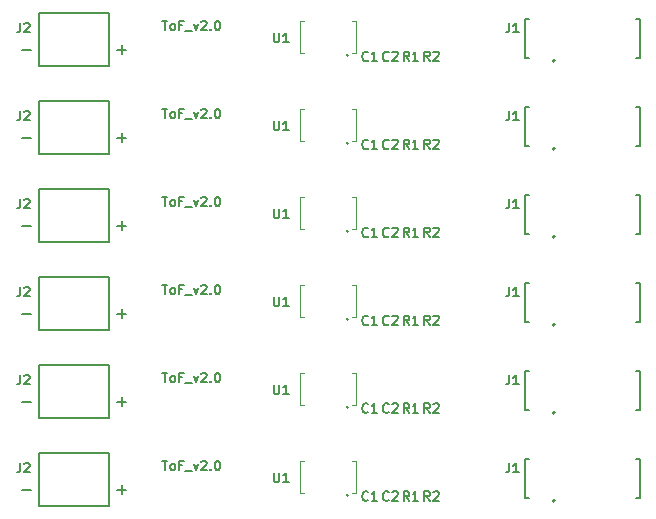
<source format=gbr>
%TF.GenerationSoftware,KiCad,Pcbnew,(5.1.9)-1*%
%TF.CreationDate,2022-02-15T00:45:03-06:00*%
%TF.ProjectId,CC_TOF_PANELIZED,43435f54-4f46-45f5-9041-4e454c495a45,000*%
%TF.SameCoordinates,Original*%
%TF.FileFunction,Legend,Top*%
%TF.FilePolarity,Positive*%
%FSLAX46Y46*%
G04 Gerber Fmt 4.6, Leading zero omitted, Abs format (unit mm)*
G04 Created by KiCad (PCBNEW (5.1.9)-1) date 2022-02-15 00:45:03*
%MOMM*%
%LPD*%
G01*
G04 APERTURE LIST*
%ADD10C,0.150000*%
%ADD11C,0.200000*%
%ADD12C,0.127000*%
%ADD13C,0.120000*%
G04 APERTURE END LIST*
D10*
X62674761Y-65711904D02*
X63131904Y-65711904D01*
X62903333Y-66511904D02*
X62903333Y-65711904D01*
X63512857Y-66511904D02*
X63436666Y-66473809D01*
X63398571Y-66435714D01*
X63360476Y-66359523D01*
X63360476Y-66130952D01*
X63398571Y-66054761D01*
X63436666Y-66016666D01*
X63512857Y-65978571D01*
X63627142Y-65978571D01*
X63703333Y-66016666D01*
X63741428Y-66054761D01*
X63779523Y-66130952D01*
X63779523Y-66359523D01*
X63741428Y-66435714D01*
X63703333Y-66473809D01*
X63627142Y-66511904D01*
X63512857Y-66511904D01*
X64389047Y-66092857D02*
X64122380Y-66092857D01*
X64122380Y-66511904D02*
X64122380Y-65711904D01*
X64503333Y-65711904D01*
X64617619Y-66588095D02*
X65227142Y-66588095D01*
X65341428Y-65978571D02*
X65531904Y-66511904D01*
X65722380Y-65978571D01*
X65989047Y-65788095D02*
X66027142Y-65750000D01*
X66103333Y-65711904D01*
X66293809Y-65711904D01*
X66370000Y-65750000D01*
X66408095Y-65788095D01*
X66446190Y-65864285D01*
X66446190Y-65940476D01*
X66408095Y-66054761D01*
X65950952Y-66511904D01*
X66446190Y-66511904D01*
X66789047Y-66435714D02*
X66827142Y-66473809D01*
X66789047Y-66511904D01*
X66750952Y-66473809D01*
X66789047Y-66435714D01*
X66789047Y-66511904D01*
X67322380Y-65711904D02*
X67398571Y-65711904D01*
X67474761Y-65750000D01*
X67512857Y-65788095D01*
X67550952Y-65864285D01*
X67589047Y-66016666D01*
X67589047Y-66207142D01*
X67550952Y-66359523D01*
X67512857Y-66435714D01*
X67474761Y-66473809D01*
X67398571Y-66511904D01*
X67322380Y-66511904D01*
X67246190Y-66473809D01*
X67208095Y-66435714D01*
X67170000Y-66359523D01*
X67131904Y-66207142D01*
X67131904Y-66016666D01*
X67170000Y-65864285D01*
X67208095Y-65788095D01*
X67246190Y-65750000D01*
X67322380Y-65711904D01*
X62674761Y-58261904D02*
X63131904Y-58261904D01*
X62903333Y-59061904D02*
X62903333Y-58261904D01*
X63512857Y-59061904D02*
X63436666Y-59023809D01*
X63398571Y-58985714D01*
X63360476Y-58909523D01*
X63360476Y-58680952D01*
X63398571Y-58604761D01*
X63436666Y-58566666D01*
X63512857Y-58528571D01*
X63627142Y-58528571D01*
X63703333Y-58566666D01*
X63741428Y-58604761D01*
X63779523Y-58680952D01*
X63779523Y-58909523D01*
X63741428Y-58985714D01*
X63703333Y-59023809D01*
X63627142Y-59061904D01*
X63512857Y-59061904D01*
X64389047Y-58642857D02*
X64122380Y-58642857D01*
X64122380Y-59061904D02*
X64122380Y-58261904D01*
X64503333Y-58261904D01*
X64617619Y-59138095D02*
X65227142Y-59138095D01*
X65341428Y-58528571D02*
X65531904Y-59061904D01*
X65722380Y-58528571D01*
X65989047Y-58338095D02*
X66027142Y-58300000D01*
X66103333Y-58261904D01*
X66293809Y-58261904D01*
X66370000Y-58300000D01*
X66408095Y-58338095D01*
X66446190Y-58414285D01*
X66446190Y-58490476D01*
X66408095Y-58604761D01*
X65950952Y-59061904D01*
X66446190Y-59061904D01*
X66789047Y-58985714D02*
X66827142Y-59023809D01*
X66789047Y-59061904D01*
X66750952Y-59023809D01*
X66789047Y-58985714D01*
X66789047Y-59061904D01*
X67322380Y-58261904D02*
X67398571Y-58261904D01*
X67474761Y-58300000D01*
X67512857Y-58338095D01*
X67550952Y-58414285D01*
X67589047Y-58566666D01*
X67589047Y-58757142D01*
X67550952Y-58909523D01*
X67512857Y-58985714D01*
X67474761Y-59023809D01*
X67398571Y-59061904D01*
X67322380Y-59061904D01*
X67246190Y-59023809D01*
X67208095Y-58985714D01*
X67170000Y-58909523D01*
X67131904Y-58757142D01*
X67131904Y-58566666D01*
X67170000Y-58414285D01*
X67208095Y-58338095D01*
X67246190Y-58300000D01*
X67322380Y-58261904D01*
X62674761Y-50811904D02*
X63131904Y-50811904D01*
X62903333Y-51611904D02*
X62903333Y-50811904D01*
X63512857Y-51611904D02*
X63436666Y-51573809D01*
X63398571Y-51535714D01*
X63360476Y-51459523D01*
X63360476Y-51230952D01*
X63398571Y-51154761D01*
X63436666Y-51116666D01*
X63512857Y-51078571D01*
X63627142Y-51078571D01*
X63703333Y-51116666D01*
X63741428Y-51154761D01*
X63779523Y-51230952D01*
X63779523Y-51459523D01*
X63741428Y-51535714D01*
X63703333Y-51573809D01*
X63627142Y-51611904D01*
X63512857Y-51611904D01*
X64389047Y-51192857D02*
X64122380Y-51192857D01*
X64122380Y-51611904D02*
X64122380Y-50811904D01*
X64503333Y-50811904D01*
X64617619Y-51688095D02*
X65227142Y-51688095D01*
X65341428Y-51078571D02*
X65531904Y-51611904D01*
X65722380Y-51078571D01*
X65989047Y-50888095D02*
X66027142Y-50850000D01*
X66103333Y-50811904D01*
X66293809Y-50811904D01*
X66370000Y-50850000D01*
X66408095Y-50888095D01*
X66446190Y-50964285D01*
X66446190Y-51040476D01*
X66408095Y-51154761D01*
X65950952Y-51611904D01*
X66446190Y-51611904D01*
X66789047Y-51535714D02*
X66827142Y-51573809D01*
X66789047Y-51611904D01*
X66750952Y-51573809D01*
X66789047Y-51535714D01*
X66789047Y-51611904D01*
X67322380Y-50811904D02*
X67398571Y-50811904D01*
X67474761Y-50850000D01*
X67512857Y-50888095D01*
X67550952Y-50964285D01*
X67589047Y-51116666D01*
X67589047Y-51307142D01*
X67550952Y-51459523D01*
X67512857Y-51535714D01*
X67474761Y-51573809D01*
X67398571Y-51611904D01*
X67322380Y-51611904D01*
X67246190Y-51573809D01*
X67208095Y-51535714D01*
X67170000Y-51459523D01*
X67131904Y-51307142D01*
X67131904Y-51116666D01*
X67170000Y-50964285D01*
X67208095Y-50888095D01*
X67246190Y-50850000D01*
X67322380Y-50811904D01*
X62674761Y-43361904D02*
X63131904Y-43361904D01*
X62903333Y-44161904D02*
X62903333Y-43361904D01*
X63512857Y-44161904D02*
X63436666Y-44123809D01*
X63398571Y-44085714D01*
X63360476Y-44009523D01*
X63360476Y-43780952D01*
X63398571Y-43704761D01*
X63436666Y-43666666D01*
X63512857Y-43628571D01*
X63627142Y-43628571D01*
X63703333Y-43666666D01*
X63741428Y-43704761D01*
X63779523Y-43780952D01*
X63779523Y-44009523D01*
X63741428Y-44085714D01*
X63703333Y-44123809D01*
X63627142Y-44161904D01*
X63512857Y-44161904D01*
X64389047Y-43742857D02*
X64122380Y-43742857D01*
X64122380Y-44161904D02*
X64122380Y-43361904D01*
X64503333Y-43361904D01*
X64617619Y-44238095D02*
X65227142Y-44238095D01*
X65341428Y-43628571D02*
X65531904Y-44161904D01*
X65722380Y-43628571D01*
X65989047Y-43438095D02*
X66027142Y-43400000D01*
X66103333Y-43361904D01*
X66293809Y-43361904D01*
X66370000Y-43400000D01*
X66408095Y-43438095D01*
X66446190Y-43514285D01*
X66446190Y-43590476D01*
X66408095Y-43704761D01*
X65950952Y-44161904D01*
X66446190Y-44161904D01*
X66789047Y-44085714D02*
X66827142Y-44123809D01*
X66789047Y-44161904D01*
X66750952Y-44123809D01*
X66789047Y-44085714D01*
X66789047Y-44161904D01*
X67322380Y-43361904D02*
X67398571Y-43361904D01*
X67474761Y-43400000D01*
X67512857Y-43438095D01*
X67550952Y-43514285D01*
X67589047Y-43666666D01*
X67589047Y-43857142D01*
X67550952Y-44009523D01*
X67512857Y-44085714D01*
X67474761Y-44123809D01*
X67398571Y-44161904D01*
X67322380Y-44161904D01*
X67246190Y-44123809D01*
X67208095Y-44085714D01*
X67170000Y-44009523D01*
X67131904Y-43857142D01*
X67131904Y-43666666D01*
X67170000Y-43514285D01*
X67208095Y-43438095D01*
X67246190Y-43400000D01*
X67322380Y-43361904D01*
X62674761Y-35911904D02*
X63131904Y-35911904D01*
X62903333Y-36711904D02*
X62903333Y-35911904D01*
X63512857Y-36711904D02*
X63436666Y-36673809D01*
X63398571Y-36635714D01*
X63360476Y-36559523D01*
X63360476Y-36330952D01*
X63398571Y-36254761D01*
X63436666Y-36216666D01*
X63512857Y-36178571D01*
X63627142Y-36178571D01*
X63703333Y-36216666D01*
X63741428Y-36254761D01*
X63779523Y-36330952D01*
X63779523Y-36559523D01*
X63741428Y-36635714D01*
X63703333Y-36673809D01*
X63627142Y-36711904D01*
X63512857Y-36711904D01*
X64389047Y-36292857D02*
X64122380Y-36292857D01*
X64122380Y-36711904D02*
X64122380Y-35911904D01*
X64503333Y-35911904D01*
X64617619Y-36788095D02*
X65227142Y-36788095D01*
X65341428Y-36178571D02*
X65531904Y-36711904D01*
X65722380Y-36178571D01*
X65989047Y-35988095D02*
X66027142Y-35950000D01*
X66103333Y-35911904D01*
X66293809Y-35911904D01*
X66370000Y-35950000D01*
X66408095Y-35988095D01*
X66446190Y-36064285D01*
X66446190Y-36140476D01*
X66408095Y-36254761D01*
X65950952Y-36711904D01*
X66446190Y-36711904D01*
X66789047Y-36635714D02*
X66827142Y-36673809D01*
X66789047Y-36711904D01*
X66750952Y-36673809D01*
X66789047Y-36635714D01*
X66789047Y-36711904D01*
X67322380Y-35911904D02*
X67398571Y-35911904D01*
X67474761Y-35950000D01*
X67512857Y-35988095D01*
X67550952Y-36064285D01*
X67589047Y-36216666D01*
X67589047Y-36407142D01*
X67550952Y-36559523D01*
X67512857Y-36635714D01*
X67474761Y-36673809D01*
X67398571Y-36711904D01*
X67322380Y-36711904D01*
X67246190Y-36673809D01*
X67208095Y-36635714D01*
X67170000Y-36559523D01*
X67131904Y-36407142D01*
X67131904Y-36216666D01*
X67170000Y-36064285D01*
X67208095Y-35988095D01*
X67246190Y-35950000D01*
X67322380Y-35911904D01*
X58889047Y-68156428D02*
X59650952Y-68156428D01*
X59270000Y-68537380D02*
X59270000Y-67775476D01*
X58889047Y-60706428D02*
X59650952Y-60706428D01*
X59270000Y-61087380D02*
X59270000Y-60325476D01*
X58889047Y-53256428D02*
X59650952Y-53256428D01*
X59270000Y-53637380D02*
X59270000Y-52875476D01*
X58889047Y-45806428D02*
X59650952Y-45806428D01*
X59270000Y-46187380D02*
X59270000Y-45425476D01*
X58889047Y-38356428D02*
X59650952Y-38356428D01*
X59270000Y-38737380D02*
X59270000Y-37975476D01*
X50829047Y-68156428D02*
X51590952Y-68156428D01*
X50829047Y-60706428D02*
X51590952Y-60706428D01*
X50829047Y-53256428D02*
X51590952Y-53256428D01*
X50829047Y-45806428D02*
X51590952Y-45806428D01*
X50829047Y-38356428D02*
X51590952Y-38356428D01*
X50829047Y-30906428D02*
X51590952Y-30906428D01*
X58889047Y-30906428D02*
X59650952Y-30906428D01*
X59270000Y-31287380D02*
X59270000Y-30525476D01*
X62674761Y-28461904D02*
X63131904Y-28461904D01*
X62903333Y-29261904D02*
X62903333Y-28461904D01*
X63512857Y-29261904D02*
X63436666Y-29223809D01*
X63398571Y-29185714D01*
X63360476Y-29109523D01*
X63360476Y-28880952D01*
X63398571Y-28804761D01*
X63436666Y-28766666D01*
X63512857Y-28728571D01*
X63627142Y-28728571D01*
X63703333Y-28766666D01*
X63741428Y-28804761D01*
X63779523Y-28880952D01*
X63779523Y-29109523D01*
X63741428Y-29185714D01*
X63703333Y-29223809D01*
X63627142Y-29261904D01*
X63512857Y-29261904D01*
X64389047Y-28842857D02*
X64122380Y-28842857D01*
X64122380Y-29261904D02*
X64122380Y-28461904D01*
X64503333Y-28461904D01*
X64617619Y-29338095D02*
X65227142Y-29338095D01*
X65341428Y-28728571D02*
X65531904Y-29261904D01*
X65722380Y-28728571D01*
X65989047Y-28538095D02*
X66027142Y-28500000D01*
X66103333Y-28461904D01*
X66293809Y-28461904D01*
X66370000Y-28500000D01*
X66408095Y-28538095D01*
X66446190Y-28614285D01*
X66446190Y-28690476D01*
X66408095Y-28804761D01*
X65950952Y-29261904D01*
X66446190Y-29261904D01*
X66789047Y-29185714D02*
X66827142Y-29223809D01*
X66789047Y-29261904D01*
X66750952Y-29223809D01*
X66789047Y-29185714D01*
X66789047Y-29261904D01*
X67322380Y-28461904D02*
X67398571Y-28461904D01*
X67474761Y-28500000D01*
X67512857Y-28538095D01*
X67550952Y-28614285D01*
X67589047Y-28766666D01*
X67589047Y-28957142D01*
X67550952Y-29109523D01*
X67512857Y-29185714D01*
X67474761Y-29223809D01*
X67398571Y-29261904D01*
X67322380Y-29261904D01*
X67246190Y-29223809D01*
X67208095Y-29185714D01*
X67170000Y-29109523D01*
X67131904Y-28957142D01*
X67131904Y-28766666D01*
X67170000Y-28614285D01*
X67208095Y-28538095D01*
X67246190Y-28500000D01*
X67322380Y-28461904D01*
D11*
%TO.C,J1*%
X95936760Y-69098560D02*
G75*
G03*
X95936760Y-69098560I-100000J0D01*
G01*
D12*
X93765000Y-65535000D02*
X93415000Y-65535000D01*
X93415000Y-65535000D02*
X93415000Y-68835000D01*
X93415000Y-68835000D02*
X93765000Y-68835000D01*
X102765000Y-65535000D02*
X103115000Y-65535000D01*
X103115000Y-65535000D02*
X103115000Y-68835000D01*
X103115000Y-68835000D02*
X102765000Y-68835000D01*
D11*
X95936760Y-61648560D02*
G75*
G03*
X95936760Y-61648560I-100000J0D01*
G01*
D12*
X93765000Y-58085000D02*
X93415000Y-58085000D01*
X93415000Y-58085000D02*
X93415000Y-61385000D01*
X93415000Y-61385000D02*
X93765000Y-61385000D01*
X102765000Y-58085000D02*
X103115000Y-58085000D01*
X103115000Y-58085000D02*
X103115000Y-61385000D01*
X103115000Y-61385000D02*
X102765000Y-61385000D01*
D11*
X95936760Y-54198560D02*
G75*
G03*
X95936760Y-54198560I-100000J0D01*
G01*
D12*
X93765000Y-50635000D02*
X93415000Y-50635000D01*
X93415000Y-50635000D02*
X93415000Y-53935000D01*
X93415000Y-53935000D02*
X93765000Y-53935000D01*
X102765000Y-50635000D02*
X103115000Y-50635000D01*
X103115000Y-50635000D02*
X103115000Y-53935000D01*
X103115000Y-53935000D02*
X102765000Y-53935000D01*
D11*
X95936760Y-46748560D02*
G75*
G03*
X95936760Y-46748560I-100000J0D01*
G01*
D12*
X93765000Y-43185000D02*
X93415000Y-43185000D01*
X93415000Y-43185000D02*
X93415000Y-46485000D01*
X93415000Y-46485000D02*
X93765000Y-46485000D01*
X102765000Y-43185000D02*
X103115000Y-43185000D01*
X103115000Y-43185000D02*
X103115000Y-46485000D01*
X103115000Y-46485000D02*
X102765000Y-46485000D01*
D11*
X95936760Y-39298560D02*
G75*
G03*
X95936760Y-39298560I-100000J0D01*
G01*
D12*
X93765000Y-35735000D02*
X93415000Y-35735000D01*
X93415000Y-35735000D02*
X93415000Y-39035000D01*
X93415000Y-39035000D02*
X93765000Y-39035000D01*
X102765000Y-35735000D02*
X103115000Y-35735000D01*
X103115000Y-35735000D02*
X103115000Y-39035000D01*
X103115000Y-39035000D02*
X102765000Y-39035000D01*
%TO.C,J2*%
X52265000Y-65040000D02*
X58165000Y-65040000D01*
X58165000Y-65040000D02*
X58165000Y-69540000D01*
X58165000Y-69540000D02*
X52265000Y-69540000D01*
X52265000Y-69540000D02*
X52265000Y-65040000D01*
X52265000Y-57590000D02*
X58165000Y-57590000D01*
X58165000Y-57590000D02*
X58165000Y-62090000D01*
X58165000Y-62090000D02*
X52265000Y-62090000D01*
X52265000Y-62090000D02*
X52265000Y-57590000D01*
X52265000Y-50140000D02*
X58165000Y-50140000D01*
X58165000Y-50140000D02*
X58165000Y-54640000D01*
X58165000Y-54640000D02*
X52265000Y-54640000D01*
X52265000Y-54640000D02*
X52265000Y-50140000D01*
X52265000Y-42690000D02*
X58165000Y-42690000D01*
X58165000Y-42690000D02*
X58165000Y-47190000D01*
X58165000Y-47190000D02*
X52265000Y-47190000D01*
X52265000Y-47190000D02*
X52265000Y-42690000D01*
X52265000Y-35240000D02*
X58165000Y-35240000D01*
X58165000Y-35240000D02*
X58165000Y-39740000D01*
X58165000Y-39740000D02*
X52265000Y-39740000D01*
X52265000Y-39740000D02*
X52265000Y-35240000D01*
D13*
%TO.C,U1*%
X78474018Y-68645000D02*
G75*
G03*
X78474018Y-68645000I-114018J0D01*
G01*
X78404721Y-68645000D02*
G75*
G03*
X78404721Y-68645000I-44721J0D01*
G01*
X74390500Y-65778800D02*
X74390500Y-68471200D01*
X74390500Y-68471200D02*
X74726447Y-68471200D01*
X79089500Y-68471200D02*
X79089500Y-65778800D01*
X79089500Y-65778800D02*
X78753553Y-65778800D01*
X74726447Y-65778800D02*
X74390500Y-65778800D01*
X78753553Y-68471200D02*
X79089500Y-68471200D01*
X78474018Y-61195000D02*
G75*
G03*
X78474018Y-61195000I-114018J0D01*
G01*
X78404721Y-61195000D02*
G75*
G03*
X78404721Y-61195000I-44721J0D01*
G01*
X74390500Y-58328800D02*
X74390500Y-61021200D01*
X74390500Y-61021200D02*
X74726447Y-61021200D01*
X79089500Y-61021200D02*
X79089500Y-58328800D01*
X79089500Y-58328800D02*
X78753553Y-58328800D01*
X74726447Y-58328800D02*
X74390500Y-58328800D01*
X78753553Y-61021200D02*
X79089500Y-61021200D01*
X78474018Y-53745000D02*
G75*
G03*
X78474018Y-53745000I-114018J0D01*
G01*
X78404721Y-53745000D02*
G75*
G03*
X78404721Y-53745000I-44721J0D01*
G01*
X74390500Y-50878800D02*
X74390500Y-53571200D01*
X74390500Y-53571200D02*
X74726447Y-53571200D01*
X79089500Y-53571200D02*
X79089500Y-50878800D01*
X79089500Y-50878800D02*
X78753553Y-50878800D01*
X74726447Y-50878800D02*
X74390500Y-50878800D01*
X78753553Y-53571200D02*
X79089500Y-53571200D01*
X78474018Y-46295000D02*
G75*
G03*
X78474018Y-46295000I-114018J0D01*
G01*
X78404721Y-46295000D02*
G75*
G03*
X78404721Y-46295000I-44721J0D01*
G01*
X74390500Y-43428800D02*
X74390500Y-46121200D01*
X74390500Y-46121200D02*
X74726447Y-46121200D01*
X79089500Y-46121200D02*
X79089500Y-43428800D01*
X79089500Y-43428800D02*
X78753553Y-43428800D01*
X74726447Y-43428800D02*
X74390500Y-43428800D01*
X78753553Y-46121200D02*
X79089500Y-46121200D01*
X78474018Y-38845000D02*
G75*
G03*
X78474018Y-38845000I-114018J0D01*
G01*
X78404721Y-38845000D02*
G75*
G03*
X78404721Y-38845000I-44721J0D01*
G01*
X74390500Y-35978800D02*
X74390500Y-38671200D01*
X74390500Y-38671200D02*
X74726447Y-38671200D01*
X79089500Y-38671200D02*
X79089500Y-35978800D01*
X79089500Y-35978800D02*
X78753553Y-35978800D01*
X74726447Y-35978800D02*
X74390500Y-35978800D01*
X78753553Y-38671200D02*
X79089500Y-38671200D01*
X78753553Y-31221200D02*
X79089500Y-31221200D01*
X74726447Y-28528800D02*
X74390500Y-28528800D01*
X79089500Y-28528800D02*
X78753553Y-28528800D01*
X79089500Y-31221200D02*
X79089500Y-28528800D01*
X74390500Y-31221200D02*
X74726447Y-31221200D01*
X74390500Y-28528800D02*
X74390500Y-31221200D01*
X78404721Y-31395000D02*
G75*
G03*
X78404721Y-31395000I-44721J0D01*
G01*
X78474018Y-31395000D02*
G75*
G03*
X78474018Y-31395000I-114018J0D01*
G01*
D12*
%TO.C,J1*%
X103115000Y-31585000D02*
X102765000Y-31585000D01*
X103115000Y-28285000D02*
X103115000Y-31585000D01*
X102765000Y-28285000D02*
X103115000Y-28285000D01*
X93415000Y-31585000D02*
X93765000Y-31585000D01*
X93415000Y-28285000D02*
X93415000Y-31585000D01*
X93765000Y-28285000D02*
X93415000Y-28285000D01*
D11*
X95936760Y-31848560D02*
G75*
G03*
X95936760Y-31848560I-100000J0D01*
G01*
D12*
%TO.C,J2*%
X52265000Y-32290000D02*
X52265000Y-27790000D01*
X58165000Y-32290000D02*
X52265000Y-32290000D01*
X58165000Y-27790000D02*
X58165000Y-32290000D01*
X52265000Y-27790000D02*
X58165000Y-27790000D01*
%TO.C,C2*%
D10*
X81846666Y-69045714D02*
X81808571Y-69083809D01*
X81694285Y-69121904D01*
X81618095Y-69121904D01*
X81503809Y-69083809D01*
X81427619Y-69007619D01*
X81389523Y-68931428D01*
X81351428Y-68779047D01*
X81351428Y-68664761D01*
X81389523Y-68512380D01*
X81427619Y-68436190D01*
X81503809Y-68360000D01*
X81618095Y-68321904D01*
X81694285Y-68321904D01*
X81808571Y-68360000D01*
X81846666Y-68398095D01*
X82151428Y-68398095D02*
X82189523Y-68360000D01*
X82265714Y-68321904D01*
X82456190Y-68321904D01*
X82532380Y-68360000D01*
X82570476Y-68398095D01*
X82608571Y-68474285D01*
X82608571Y-68550476D01*
X82570476Y-68664761D01*
X82113333Y-69121904D01*
X82608571Y-69121904D01*
X81846666Y-61595714D02*
X81808571Y-61633809D01*
X81694285Y-61671904D01*
X81618095Y-61671904D01*
X81503809Y-61633809D01*
X81427619Y-61557619D01*
X81389523Y-61481428D01*
X81351428Y-61329047D01*
X81351428Y-61214761D01*
X81389523Y-61062380D01*
X81427619Y-60986190D01*
X81503809Y-60910000D01*
X81618095Y-60871904D01*
X81694285Y-60871904D01*
X81808571Y-60910000D01*
X81846666Y-60948095D01*
X82151428Y-60948095D02*
X82189523Y-60910000D01*
X82265714Y-60871904D01*
X82456190Y-60871904D01*
X82532380Y-60910000D01*
X82570476Y-60948095D01*
X82608571Y-61024285D01*
X82608571Y-61100476D01*
X82570476Y-61214761D01*
X82113333Y-61671904D01*
X82608571Y-61671904D01*
X81846666Y-54145714D02*
X81808571Y-54183809D01*
X81694285Y-54221904D01*
X81618095Y-54221904D01*
X81503809Y-54183809D01*
X81427619Y-54107619D01*
X81389523Y-54031428D01*
X81351428Y-53879047D01*
X81351428Y-53764761D01*
X81389523Y-53612380D01*
X81427619Y-53536190D01*
X81503809Y-53460000D01*
X81618095Y-53421904D01*
X81694285Y-53421904D01*
X81808571Y-53460000D01*
X81846666Y-53498095D01*
X82151428Y-53498095D02*
X82189523Y-53460000D01*
X82265714Y-53421904D01*
X82456190Y-53421904D01*
X82532380Y-53460000D01*
X82570476Y-53498095D01*
X82608571Y-53574285D01*
X82608571Y-53650476D01*
X82570476Y-53764761D01*
X82113333Y-54221904D01*
X82608571Y-54221904D01*
X81846666Y-46695714D02*
X81808571Y-46733809D01*
X81694285Y-46771904D01*
X81618095Y-46771904D01*
X81503809Y-46733809D01*
X81427619Y-46657619D01*
X81389523Y-46581428D01*
X81351428Y-46429047D01*
X81351428Y-46314761D01*
X81389523Y-46162380D01*
X81427619Y-46086190D01*
X81503809Y-46010000D01*
X81618095Y-45971904D01*
X81694285Y-45971904D01*
X81808571Y-46010000D01*
X81846666Y-46048095D01*
X82151428Y-46048095D02*
X82189523Y-46010000D01*
X82265714Y-45971904D01*
X82456190Y-45971904D01*
X82532380Y-46010000D01*
X82570476Y-46048095D01*
X82608571Y-46124285D01*
X82608571Y-46200476D01*
X82570476Y-46314761D01*
X82113333Y-46771904D01*
X82608571Y-46771904D01*
X81846666Y-39245714D02*
X81808571Y-39283809D01*
X81694285Y-39321904D01*
X81618095Y-39321904D01*
X81503809Y-39283809D01*
X81427619Y-39207619D01*
X81389523Y-39131428D01*
X81351428Y-38979047D01*
X81351428Y-38864761D01*
X81389523Y-38712380D01*
X81427619Y-38636190D01*
X81503809Y-38560000D01*
X81618095Y-38521904D01*
X81694285Y-38521904D01*
X81808571Y-38560000D01*
X81846666Y-38598095D01*
X82151428Y-38598095D02*
X82189523Y-38560000D01*
X82265714Y-38521904D01*
X82456190Y-38521904D01*
X82532380Y-38560000D01*
X82570476Y-38598095D01*
X82608571Y-38674285D01*
X82608571Y-38750476D01*
X82570476Y-38864761D01*
X82113333Y-39321904D01*
X82608571Y-39321904D01*
%TO.C,C1*%
X80106666Y-69045714D02*
X80068571Y-69083809D01*
X79954285Y-69121904D01*
X79878095Y-69121904D01*
X79763809Y-69083809D01*
X79687619Y-69007619D01*
X79649523Y-68931428D01*
X79611428Y-68779047D01*
X79611428Y-68664761D01*
X79649523Y-68512380D01*
X79687619Y-68436190D01*
X79763809Y-68360000D01*
X79878095Y-68321904D01*
X79954285Y-68321904D01*
X80068571Y-68360000D01*
X80106666Y-68398095D01*
X80868571Y-69121904D02*
X80411428Y-69121904D01*
X80640000Y-69121904D02*
X80640000Y-68321904D01*
X80563809Y-68436190D01*
X80487619Y-68512380D01*
X80411428Y-68550476D01*
X80106666Y-61595714D02*
X80068571Y-61633809D01*
X79954285Y-61671904D01*
X79878095Y-61671904D01*
X79763809Y-61633809D01*
X79687619Y-61557619D01*
X79649523Y-61481428D01*
X79611428Y-61329047D01*
X79611428Y-61214761D01*
X79649523Y-61062380D01*
X79687619Y-60986190D01*
X79763809Y-60910000D01*
X79878095Y-60871904D01*
X79954285Y-60871904D01*
X80068571Y-60910000D01*
X80106666Y-60948095D01*
X80868571Y-61671904D02*
X80411428Y-61671904D01*
X80640000Y-61671904D02*
X80640000Y-60871904D01*
X80563809Y-60986190D01*
X80487619Y-61062380D01*
X80411428Y-61100476D01*
X80106666Y-54145714D02*
X80068571Y-54183809D01*
X79954285Y-54221904D01*
X79878095Y-54221904D01*
X79763809Y-54183809D01*
X79687619Y-54107619D01*
X79649523Y-54031428D01*
X79611428Y-53879047D01*
X79611428Y-53764761D01*
X79649523Y-53612380D01*
X79687619Y-53536190D01*
X79763809Y-53460000D01*
X79878095Y-53421904D01*
X79954285Y-53421904D01*
X80068571Y-53460000D01*
X80106666Y-53498095D01*
X80868571Y-54221904D02*
X80411428Y-54221904D01*
X80640000Y-54221904D02*
X80640000Y-53421904D01*
X80563809Y-53536190D01*
X80487619Y-53612380D01*
X80411428Y-53650476D01*
X80106666Y-46695714D02*
X80068571Y-46733809D01*
X79954285Y-46771904D01*
X79878095Y-46771904D01*
X79763809Y-46733809D01*
X79687619Y-46657619D01*
X79649523Y-46581428D01*
X79611428Y-46429047D01*
X79611428Y-46314761D01*
X79649523Y-46162380D01*
X79687619Y-46086190D01*
X79763809Y-46010000D01*
X79878095Y-45971904D01*
X79954285Y-45971904D01*
X80068571Y-46010000D01*
X80106666Y-46048095D01*
X80868571Y-46771904D02*
X80411428Y-46771904D01*
X80640000Y-46771904D02*
X80640000Y-45971904D01*
X80563809Y-46086190D01*
X80487619Y-46162380D01*
X80411428Y-46200476D01*
X80106666Y-39245714D02*
X80068571Y-39283809D01*
X79954285Y-39321904D01*
X79878095Y-39321904D01*
X79763809Y-39283809D01*
X79687619Y-39207619D01*
X79649523Y-39131428D01*
X79611428Y-38979047D01*
X79611428Y-38864761D01*
X79649523Y-38712380D01*
X79687619Y-38636190D01*
X79763809Y-38560000D01*
X79878095Y-38521904D01*
X79954285Y-38521904D01*
X80068571Y-38560000D01*
X80106666Y-38598095D01*
X80868571Y-39321904D02*
X80411428Y-39321904D01*
X80640000Y-39321904D02*
X80640000Y-38521904D01*
X80563809Y-38636190D01*
X80487619Y-38712380D01*
X80411428Y-38750476D01*
%TO.C,J1*%
X92063333Y-65901904D02*
X92063333Y-66473333D01*
X92025238Y-66587619D01*
X91949047Y-66663809D01*
X91834761Y-66701904D01*
X91758571Y-66701904D01*
X92863333Y-66701904D02*
X92406190Y-66701904D01*
X92634761Y-66701904D02*
X92634761Y-65901904D01*
X92558571Y-66016190D01*
X92482380Y-66092380D01*
X92406190Y-66130476D01*
X92063333Y-58451904D02*
X92063333Y-59023333D01*
X92025238Y-59137619D01*
X91949047Y-59213809D01*
X91834761Y-59251904D01*
X91758571Y-59251904D01*
X92863333Y-59251904D02*
X92406190Y-59251904D01*
X92634761Y-59251904D02*
X92634761Y-58451904D01*
X92558571Y-58566190D01*
X92482380Y-58642380D01*
X92406190Y-58680476D01*
X92063333Y-51001904D02*
X92063333Y-51573333D01*
X92025238Y-51687619D01*
X91949047Y-51763809D01*
X91834761Y-51801904D01*
X91758571Y-51801904D01*
X92863333Y-51801904D02*
X92406190Y-51801904D01*
X92634761Y-51801904D02*
X92634761Y-51001904D01*
X92558571Y-51116190D01*
X92482380Y-51192380D01*
X92406190Y-51230476D01*
X92063333Y-43551904D02*
X92063333Y-44123333D01*
X92025238Y-44237619D01*
X91949047Y-44313809D01*
X91834761Y-44351904D01*
X91758571Y-44351904D01*
X92863333Y-44351904D02*
X92406190Y-44351904D01*
X92634761Y-44351904D02*
X92634761Y-43551904D01*
X92558571Y-43666190D01*
X92482380Y-43742380D01*
X92406190Y-43780476D01*
X92063333Y-36101904D02*
X92063333Y-36673333D01*
X92025238Y-36787619D01*
X91949047Y-36863809D01*
X91834761Y-36901904D01*
X91758571Y-36901904D01*
X92863333Y-36901904D02*
X92406190Y-36901904D01*
X92634761Y-36901904D02*
X92634761Y-36101904D01*
X92558571Y-36216190D01*
X92482380Y-36292380D01*
X92406190Y-36330476D01*
%TO.C,J2*%
X50653333Y-65901904D02*
X50653333Y-66473333D01*
X50615238Y-66587619D01*
X50539047Y-66663809D01*
X50424761Y-66701904D01*
X50348571Y-66701904D01*
X50996190Y-65978095D02*
X51034285Y-65940000D01*
X51110476Y-65901904D01*
X51300952Y-65901904D01*
X51377142Y-65940000D01*
X51415238Y-65978095D01*
X51453333Y-66054285D01*
X51453333Y-66130476D01*
X51415238Y-66244761D01*
X50958095Y-66701904D01*
X51453333Y-66701904D01*
X50653333Y-58451904D02*
X50653333Y-59023333D01*
X50615238Y-59137619D01*
X50539047Y-59213809D01*
X50424761Y-59251904D01*
X50348571Y-59251904D01*
X50996190Y-58528095D02*
X51034285Y-58490000D01*
X51110476Y-58451904D01*
X51300952Y-58451904D01*
X51377142Y-58490000D01*
X51415238Y-58528095D01*
X51453333Y-58604285D01*
X51453333Y-58680476D01*
X51415238Y-58794761D01*
X50958095Y-59251904D01*
X51453333Y-59251904D01*
X50653333Y-51001904D02*
X50653333Y-51573333D01*
X50615238Y-51687619D01*
X50539047Y-51763809D01*
X50424761Y-51801904D01*
X50348571Y-51801904D01*
X50996190Y-51078095D02*
X51034285Y-51040000D01*
X51110476Y-51001904D01*
X51300952Y-51001904D01*
X51377142Y-51040000D01*
X51415238Y-51078095D01*
X51453333Y-51154285D01*
X51453333Y-51230476D01*
X51415238Y-51344761D01*
X50958095Y-51801904D01*
X51453333Y-51801904D01*
X50653333Y-43551904D02*
X50653333Y-44123333D01*
X50615238Y-44237619D01*
X50539047Y-44313809D01*
X50424761Y-44351904D01*
X50348571Y-44351904D01*
X50996190Y-43628095D02*
X51034285Y-43590000D01*
X51110476Y-43551904D01*
X51300952Y-43551904D01*
X51377142Y-43590000D01*
X51415238Y-43628095D01*
X51453333Y-43704285D01*
X51453333Y-43780476D01*
X51415238Y-43894761D01*
X50958095Y-44351904D01*
X51453333Y-44351904D01*
X50653333Y-36101904D02*
X50653333Y-36673333D01*
X50615238Y-36787619D01*
X50539047Y-36863809D01*
X50424761Y-36901904D01*
X50348571Y-36901904D01*
X50996190Y-36178095D02*
X51034285Y-36140000D01*
X51110476Y-36101904D01*
X51300952Y-36101904D01*
X51377142Y-36140000D01*
X51415238Y-36178095D01*
X51453333Y-36254285D01*
X51453333Y-36330476D01*
X51415238Y-36444761D01*
X50958095Y-36901904D01*
X51453333Y-36901904D01*
%TO.C,R2*%
X85326666Y-69121904D02*
X85060000Y-68740952D01*
X84869523Y-69121904D02*
X84869523Y-68321904D01*
X85174285Y-68321904D01*
X85250476Y-68360000D01*
X85288571Y-68398095D01*
X85326666Y-68474285D01*
X85326666Y-68588571D01*
X85288571Y-68664761D01*
X85250476Y-68702857D01*
X85174285Y-68740952D01*
X84869523Y-68740952D01*
X85631428Y-68398095D02*
X85669523Y-68360000D01*
X85745714Y-68321904D01*
X85936190Y-68321904D01*
X86012380Y-68360000D01*
X86050476Y-68398095D01*
X86088571Y-68474285D01*
X86088571Y-68550476D01*
X86050476Y-68664761D01*
X85593333Y-69121904D01*
X86088571Y-69121904D01*
X85326666Y-61671904D02*
X85060000Y-61290952D01*
X84869523Y-61671904D02*
X84869523Y-60871904D01*
X85174285Y-60871904D01*
X85250476Y-60910000D01*
X85288571Y-60948095D01*
X85326666Y-61024285D01*
X85326666Y-61138571D01*
X85288571Y-61214761D01*
X85250476Y-61252857D01*
X85174285Y-61290952D01*
X84869523Y-61290952D01*
X85631428Y-60948095D02*
X85669523Y-60910000D01*
X85745714Y-60871904D01*
X85936190Y-60871904D01*
X86012380Y-60910000D01*
X86050476Y-60948095D01*
X86088571Y-61024285D01*
X86088571Y-61100476D01*
X86050476Y-61214761D01*
X85593333Y-61671904D01*
X86088571Y-61671904D01*
X85326666Y-54221904D02*
X85060000Y-53840952D01*
X84869523Y-54221904D02*
X84869523Y-53421904D01*
X85174285Y-53421904D01*
X85250476Y-53460000D01*
X85288571Y-53498095D01*
X85326666Y-53574285D01*
X85326666Y-53688571D01*
X85288571Y-53764761D01*
X85250476Y-53802857D01*
X85174285Y-53840952D01*
X84869523Y-53840952D01*
X85631428Y-53498095D02*
X85669523Y-53460000D01*
X85745714Y-53421904D01*
X85936190Y-53421904D01*
X86012380Y-53460000D01*
X86050476Y-53498095D01*
X86088571Y-53574285D01*
X86088571Y-53650476D01*
X86050476Y-53764761D01*
X85593333Y-54221904D01*
X86088571Y-54221904D01*
X85326666Y-46771904D02*
X85060000Y-46390952D01*
X84869523Y-46771904D02*
X84869523Y-45971904D01*
X85174285Y-45971904D01*
X85250476Y-46010000D01*
X85288571Y-46048095D01*
X85326666Y-46124285D01*
X85326666Y-46238571D01*
X85288571Y-46314761D01*
X85250476Y-46352857D01*
X85174285Y-46390952D01*
X84869523Y-46390952D01*
X85631428Y-46048095D02*
X85669523Y-46010000D01*
X85745714Y-45971904D01*
X85936190Y-45971904D01*
X86012380Y-46010000D01*
X86050476Y-46048095D01*
X86088571Y-46124285D01*
X86088571Y-46200476D01*
X86050476Y-46314761D01*
X85593333Y-46771904D01*
X86088571Y-46771904D01*
X85326666Y-39321904D02*
X85060000Y-38940952D01*
X84869523Y-39321904D02*
X84869523Y-38521904D01*
X85174285Y-38521904D01*
X85250476Y-38560000D01*
X85288571Y-38598095D01*
X85326666Y-38674285D01*
X85326666Y-38788571D01*
X85288571Y-38864761D01*
X85250476Y-38902857D01*
X85174285Y-38940952D01*
X84869523Y-38940952D01*
X85631428Y-38598095D02*
X85669523Y-38560000D01*
X85745714Y-38521904D01*
X85936190Y-38521904D01*
X86012380Y-38560000D01*
X86050476Y-38598095D01*
X86088571Y-38674285D01*
X86088571Y-38750476D01*
X86050476Y-38864761D01*
X85593333Y-39321904D01*
X86088571Y-39321904D01*
%TO.C,U1*%
X72130476Y-66736904D02*
X72130476Y-67384523D01*
X72168571Y-67460714D01*
X72206666Y-67498809D01*
X72282857Y-67536904D01*
X72435238Y-67536904D01*
X72511428Y-67498809D01*
X72549523Y-67460714D01*
X72587619Y-67384523D01*
X72587619Y-66736904D01*
X73387619Y-67536904D02*
X72930476Y-67536904D01*
X73159047Y-67536904D02*
X73159047Y-66736904D01*
X73082857Y-66851190D01*
X73006666Y-66927380D01*
X72930476Y-66965476D01*
X72130476Y-59286904D02*
X72130476Y-59934523D01*
X72168571Y-60010714D01*
X72206666Y-60048809D01*
X72282857Y-60086904D01*
X72435238Y-60086904D01*
X72511428Y-60048809D01*
X72549523Y-60010714D01*
X72587619Y-59934523D01*
X72587619Y-59286904D01*
X73387619Y-60086904D02*
X72930476Y-60086904D01*
X73159047Y-60086904D02*
X73159047Y-59286904D01*
X73082857Y-59401190D01*
X73006666Y-59477380D01*
X72930476Y-59515476D01*
X72130476Y-51836904D02*
X72130476Y-52484523D01*
X72168571Y-52560714D01*
X72206666Y-52598809D01*
X72282857Y-52636904D01*
X72435238Y-52636904D01*
X72511428Y-52598809D01*
X72549523Y-52560714D01*
X72587619Y-52484523D01*
X72587619Y-51836904D01*
X73387619Y-52636904D02*
X72930476Y-52636904D01*
X73159047Y-52636904D02*
X73159047Y-51836904D01*
X73082857Y-51951190D01*
X73006666Y-52027380D01*
X72930476Y-52065476D01*
X72130476Y-44386904D02*
X72130476Y-45034523D01*
X72168571Y-45110714D01*
X72206666Y-45148809D01*
X72282857Y-45186904D01*
X72435238Y-45186904D01*
X72511428Y-45148809D01*
X72549523Y-45110714D01*
X72587619Y-45034523D01*
X72587619Y-44386904D01*
X73387619Y-45186904D02*
X72930476Y-45186904D01*
X73159047Y-45186904D02*
X73159047Y-44386904D01*
X73082857Y-44501190D01*
X73006666Y-44577380D01*
X72930476Y-44615476D01*
X72130476Y-36936904D02*
X72130476Y-37584523D01*
X72168571Y-37660714D01*
X72206666Y-37698809D01*
X72282857Y-37736904D01*
X72435238Y-37736904D01*
X72511428Y-37698809D01*
X72549523Y-37660714D01*
X72587619Y-37584523D01*
X72587619Y-36936904D01*
X73387619Y-37736904D02*
X72930476Y-37736904D01*
X73159047Y-37736904D02*
X73159047Y-36936904D01*
X73082857Y-37051190D01*
X73006666Y-37127380D01*
X72930476Y-37165476D01*
%TO.C,R1*%
X83586666Y-69121904D02*
X83320000Y-68740952D01*
X83129523Y-69121904D02*
X83129523Y-68321904D01*
X83434285Y-68321904D01*
X83510476Y-68360000D01*
X83548571Y-68398095D01*
X83586666Y-68474285D01*
X83586666Y-68588571D01*
X83548571Y-68664761D01*
X83510476Y-68702857D01*
X83434285Y-68740952D01*
X83129523Y-68740952D01*
X84348571Y-69121904D02*
X83891428Y-69121904D01*
X84120000Y-69121904D02*
X84120000Y-68321904D01*
X84043809Y-68436190D01*
X83967619Y-68512380D01*
X83891428Y-68550476D01*
X83586666Y-61671904D02*
X83320000Y-61290952D01*
X83129523Y-61671904D02*
X83129523Y-60871904D01*
X83434285Y-60871904D01*
X83510476Y-60910000D01*
X83548571Y-60948095D01*
X83586666Y-61024285D01*
X83586666Y-61138571D01*
X83548571Y-61214761D01*
X83510476Y-61252857D01*
X83434285Y-61290952D01*
X83129523Y-61290952D01*
X84348571Y-61671904D02*
X83891428Y-61671904D01*
X84120000Y-61671904D02*
X84120000Y-60871904D01*
X84043809Y-60986190D01*
X83967619Y-61062380D01*
X83891428Y-61100476D01*
X83586666Y-54221904D02*
X83320000Y-53840952D01*
X83129523Y-54221904D02*
X83129523Y-53421904D01*
X83434285Y-53421904D01*
X83510476Y-53460000D01*
X83548571Y-53498095D01*
X83586666Y-53574285D01*
X83586666Y-53688571D01*
X83548571Y-53764761D01*
X83510476Y-53802857D01*
X83434285Y-53840952D01*
X83129523Y-53840952D01*
X84348571Y-54221904D02*
X83891428Y-54221904D01*
X84120000Y-54221904D02*
X84120000Y-53421904D01*
X84043809Y-53536190D01*
X83967619Y-53612380D01*
X83891428Y-53650476D01*
X83586666Y-46771904D02*
X83320000Y-46390952D01*
X83129523Y-46771904D02*
X83129523Y-45971904D01*
X83434285Y-45971904D01*
X83510476Y-46010000D01*
X83548571Y-46048095D01*
X83586666Y-46124285D01*
X83586666Y-46238571D01*
X83548571Y-46314761D01*
X83510476Y-46352857D01*
X83434285Y-46390952D01*
X83129523Y-46390952D01*
X84348571Y-46771904D02*
X83891428Y-46771904D01*
X84120000Y-46771904D02*
X84120000Y-45971904D01*
X84043809Y-46086190D01*
X83967619Y-46162380D01*
X83891428Y-46200476D01*
X83586666Y-39321904D02*
X83320000Y-38940952D01*
X83129523Y-39321904D02*
X83129523Y-38521904D01*
X83434285Y-38521904D01*
X83510476Y-38560000D01*
X83548571Y-38598095D01*
X83586666Y-38674285D01*
X83586666Y-38788571D01*
X83548571Y-38864761D01*
X83510476Y-38902857D01*
X83434285Y-38940952D01*
X83129523Y-38940952D01*
X84348571Y-39321904D02*
X83891428Y-39321904D01*
X84120000Y-39321904D02*
X84120000Y-38521904D01*
X84043809Y-38636190D01*
X83967619Y-38712380D01*
X83891428Y-38750476D01*
%TO.C,U1*%
X72130476Y-29486904D02*
X72130476Y-30134523D01*
X72168571Y-30210714D01*
X72206666Y-30248809D01*
X72282857Y-30286904D01*
X72435238Y-30286904D01*
X72511428Y-30248809D01*
X72549523Y-30210714D01*
X72587619Y-30134523D01*
X72587619Y-29486904D01*
X73387619Y-30286904D02*
X72930476Y-30286904D01*
X73159047Y-30286904D02*
X73159047Y-29486904D01*
X73082857Y-29601190D01*
X73006666Y-29677380D01*
X72930476Y-29715476D01*
%TO.C,J1*%
X92063333Y-28651904D02*
X92063333Y-29223333D01*
X92025238Y-29337619D01*
X91949047Y-29413809D01*
X91834761Y-29451904D01*
X91758571Y-29451904D01*
X92863333Y-29451904D02*
X92406190Y-29451904D01*
X92634761Y-29451904D02*
X92634761Y-28651904D01*
X92558571Y-28766190D01*
X92482380Y-28842380D01*
X92406190Y-28880476D01*
%TO.C,J2*%
X50653333Y-28651904D02*
X50653333Y-29223333D01*
X50615238Y-29337619D01*
X50539047Y-29413809D01*
X50424761Y-29451904D01*
X50348571Y-29451904D01*
X50996190Y-28728095D02*
X51034285Y-28690000D01*
X51110476Y-28651904D01*
X51300952Y-28651904D01*
X51377142Y-28690000D01*
X51415238Y-28728095D01*
X51453333Y-28804285D01*
X51453333Y-28880476D01*
X51415238Y-28994761D01*
X50958095Y-29451904D01*
X51453333Y-29451904D01*
%TO.C,C1*%
X80106666Y-31795714D02*
X80068571Y-31833809D01*
X79954285Y-31871904D01*
X79878095Y-31871904D01*
X79763809Y-31833809D01*
X79687619Y-31757619D01*
X79649523Y-31681428D01*
X79611428Y-31529047D01*
X79611428Y-31414761D01*
X79649523Y-31262380D01*
X79687619Y-31186190D01*
X79763809Y-31110000D01*
X79878095Y-31071904D01*
X79954285Y-31071904D01*
X80068571Y-31110000D01*
X80106666Y-31148095D01*
X80868571Y-31871904D02*
X80411428Y-31871904D01*
X80640000Y-31871904D02*
X80640000Y-31071904D01*
X80563809Y-31186190D01*
X80487619Y-31262380D01*
X80411428Y-31300476D01*
%TO.C,C2*%
X81846666Y-31795714D02*
X81808571Y-31833809D01*
X81694285Y-31871904D01*
X81618095Y-31871904D01*
X81503809Y-31833809D01*
X81427619Y-31757619D01*
X81389523Y-31681428D01*
X81351428Y-31529047D01*
X81351428Y-31414761D01*
X81389523Y-31262380D01*
X81427619Y-31186190D01*
X81503809Y-31110000D01*
X81618095Y-31071904D01*
X81694285Y-31071904D01*
X81808571Y-31110000D01*
X81846666Y-31148095D01*
X82151428Y-31148095D02*
X82189523Y-31110000D01*
X82265714Y-31071904D01*
X82456190Y-31071904D01*
X82532380Y-31110000D01*
X82570476Y-31148095D01*
X82608571Y-31224285D01*
X82608571Y-31300476D01*
X82570476Y-31414761D01*
X82113333Y-31871904D01*
X82608571Y-31871904D01*
%TO.C,R2*%
X85326666Y-31871904D02*
X85060000Y-31490952D01*
X84869523Y-31871904D02*
X84869523Y-31071904D01*
X85174285Y-31071904D01*
X85250476Y-31110000D01*
X85288571Y-31148095D01*
X85326666Y-31224285D01*
X85326666Y-31338571D01*
X85288571Y-31414761D01*
X85250476Y-31452857D01*
X85174285Y-31490952D01*
X84869523Y-31490952D01*
X85631428Y-31148095D02*
X85669523Y-31110000D01*
X85745714Y-31071904D01*
X85936190Y-31071904D01*
X86012380Y-31110000D01*
X86050476Y-31148095D01*
X86088571Y-31224285D01*
X86088571Y-31300476D01*
X86050476Y-31414761D01*
X85593333Y-31871904D01*
X86088571Y-31871904D01*
%TO.C,R1*%
X83586666Y-31871904D02*
X83320000Y-31490952D01*
X83129523Y-31871904D02*
X83129523Y-31071904D01*
X83434285Y-31071904D01*
X83510476Y-31110000D01*
X83548571Y-31148095D01*
X83586666Y-31224285D01*
X83586666Y-31338571D01*
X83548571Y-31414761D01*
X83510476Y-31452857D01*
X83434285Y-31490952D01*
X83129523Y-31490952D01*
X84348571Y-31871904D02*
X83891428Y-31871904D01*
X84120000Y-31871904D02*
X84120000Y-31071904D01*
X84043809Y-31186190D01*
X83967619Y-31262380D01*
X83891428Y-31300476D01*
%TD*%
M02*

</source>
